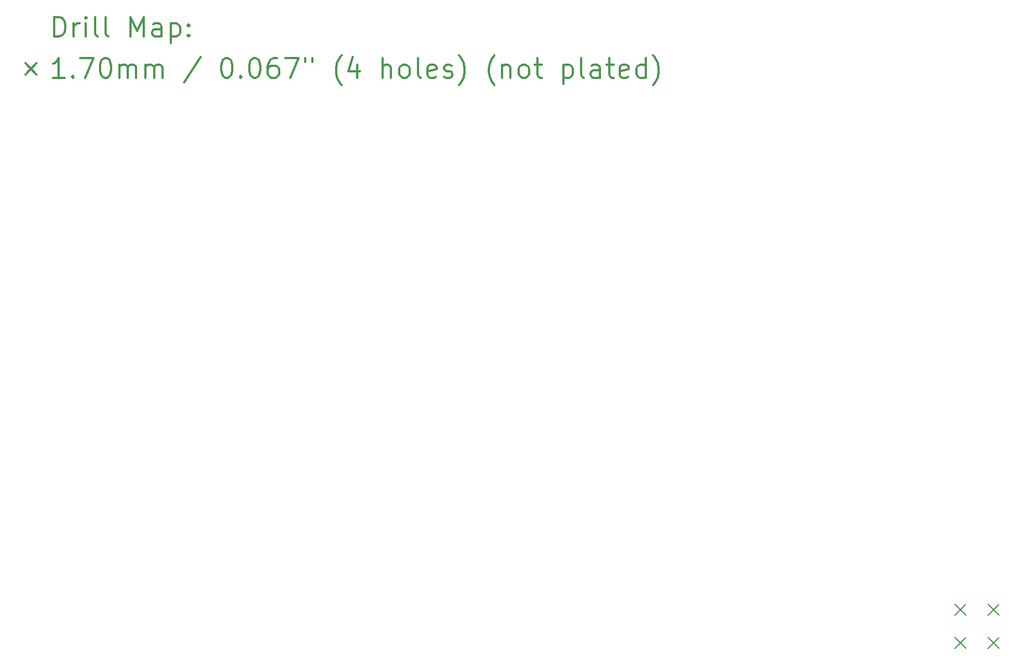
<source format=gbr>
%FSLAX45Y45*%
G04 Gerber Fmt 4.5, Leading zero omitted, Abs format (unit mm)*
G04 Created by KiCad (PCBNEW 4.0.5) date 04/05/17 14:39:04*
%MOMM*%
%LPD*%
G01*
G04 APERTURE LIST*
%ADD10C,0.127000*%
%ADD11C,0.200000*%
%ADD12C,0.300000*%
G04 APERTURE END LIST*
D10*
D11*
X14061000Y-9161000D02*
X14231000Y-9331000D01*
X14231000Y-9161000D02*
X14061000Y-9331000D01*
X14061000Y-9669000D02*
X14231000Y-9839000D01*
X14231000Y-9669000D02*
X14061000Y-9839000D01*
X14569000Y-9161000D02*
X14739000Y-9331000D01*
X14739000Y-9161000D02*
X14569000Y-9331000D01*
X14569000Y-9669000D02*
X14739000Y-9839000D01*
X14739000Y-9669000D02*
X14569000Y-9839000D01*
D12*
X271429Y-465714D02*
X271429Y-165714D01*
X342857Y-165714D01*
X385714Y-180000D01*
X414286Y-208571D01*
X428571Y-237143D01*
X442857Y-294286D01*
X442857Y-337143D01*
X428571Y-394286D01*
X414286Y-422857D01*
X385714Y-451429D01*
X342857Y-465714D01*
X271429Y-465714D01*
X571429Y-465714D02*
X571429Y-265714D01*
X571429Y-322857D02*
X585714Y-294286D01*
X600000Y-280000D01*
X628571Y-265714D01*
X657143Y-265714D01*
X757143Y-465714D02*
X757143Y-265714D01*
X757143Y-165714D02*
X742857Y-180000D01*
X757143Y-194286D01*
X771429Y-180000D01*
X757143Y-165714D01*
X757143Y-194286D01*
X942857Y-465714D02*
X914286Y-451429D01*
X900000Y-422857D01*
X900000Y-165714D01*
X1100000Y-465714D02*
X1071429Y-451429D01*
X1057143Y-422857D01*
X1057143Y-165714D01*
X1442857Y-465714D02*
X1442857Y-165714D01*
X1542857Y-380000D01*
X1642857Y-165714D01*
X1642857Y-465714D01*
X1914286Y-465714D02*
X1914286Y-308571D01*
X1900000Y-280000D01*
X1871429Y-265714D01*
X1814286Y-265714D01*
X1785714Y-280000D01*
X1914286Y-451429D02*
X1885714Y-465714D01*
X1814286Y-465714D01*
X1785714Y-451429D01*
X1771429Y-422857D01*
X1771429Y-394286D01*
X1785714Y-365714D01*
X1814286Y-351429D01*
X1885714Y-351429D01*
X1914286Y-337143D01*
X2057143Y-265714D02*
X2057143Y-565714D01*
X2057143Y-280000D02*
X2085714Y-265714D01*
X2142857Y-265714D01*
X2171429Y-280000D01*
X2185714Y-294286D01*
X2200000Y-322857D01*
X2200000Y-408571D01*
X2185714Y-437143D01*
X2171429Y-451429D01*
X2142857Y-465714D01*
X2085714Y-465714D01*
X2057143Y-451429D01*
X2328572Y-437143D02*
X2342857Y-451429D01*
X2328572Y-465714D01*
X2314286Y-451429D01*
X2328572Y-437143D01*
X2328572Y-465714D01*
X2328572Y-280000D02*
X2342857Y-294286D01*
X2328572Y-308571D01*
X2314286Y-294286D01*
X2328572Y-280000D01*
X2328572Y-308571D01*
X-170000Y-875000D02*
X0Y-1045000D01*
X0Y-875000D02*
X-170000Y-1045000D01*
X428571Y-1095714D02*
X257143Y-1095714D01*
X342857Y-1095714D02*
X342857Y-795714D01*
X314286Y-838571D01*
X285714Y-867143D01*
X257143Y-881429D01*
X557143Y-1067143D02*
X571429Y-1081429D01*
X557143Y-1095714D01*
X542857Y-1081429D01*
X557143Y-1067143D01*
X557143Y-1095714D01*
X671429Y-795714D02*
X871428Y-795714D01*
X742857Y-1095714D01*
X1042857Y-795714D02*
X1071429Y-795714D01*
X1100000Y-810000D01*
X1114286Y-824286D01*
X1128571Y-852857D01*
X1142857Y-910000D01*
X1142857Y-981429D01*
X1128571Y-1038571D01*
X1114286Y-1067143D01*
X1100000Y-1081429D01*
X1071429Y-1095714D01*
X1042857Y-1095714D01*
X1014286Y-1081429D01*
X1000000Y-1067143D01*
X985714Y-1038571D01*
X971429Y-981429D01*
X971429Y-910000D01*
X985714Y-852857D01*
X1000000Y-824286D01*
X1014286Y-810000D01*
X1042857Y-795714D01*
X1271429Y-1095714D02*
X1271429Y-895714D01*
X1271429Y-924286D02*
X1285714Y-910000D01*
X1314286Y-895714D01*
X1357143Y-895714D01*
X1385714Y-910000D01*
X1400000Y-938571D01*
X1400000Y-1095714D01*
X1400000Y-938571D02*
X1414286Y-910000D01*
X1442857Y-895714D01*
X1485714Y-895714D01*
X1514286Y-910000D01*
X1528571Y-938571D01*
X1528571Y-1095714D01*
X1671429Y-1095714D02*
X1671429Y-895714D01*
X1671429Y-924286D02*
X1685714Y-910000D01*
X1714286Y-895714D01*
X1757143Y-895714D01*
X1785714Y-910000D01*
X1800000Y-938571D01*
X1800000Y-1095714D01*
X1800000Y-938571D02*
X1814286Y-910000D01*
X1842857Y-895714D01*
X1885714Y-895714D01*
X1914286Y-910000D01*
X1928571Y-938571D01*
X1928571Y-1095714D01*
X2514286Y-781429D02*
X2257143Y-1167143D01*
X2900000Y-795714D02*
X2928571Y-795714D01*
X2957143Y-810000D01*
X2971428Y-824286D01*
X2985714Y-852857D01*
X3000000Y-910000D01*
X3000000Y-981429D01*
X2985714Y-1038571D01*
X2971428Y-1067143D01*
X2957143Y-1081429D01*
X2928571Y-1095714D01*
X2900000Y-1095714D01*
X2871428Y-1081429D01*
X2857143Y-1067143D01*
X2842857Y-1038571D01*
X2828571Y-981429D01*
X2828571Y-910000D01*
X2842857Y-852857D01*
X2857143Y-824286D01*
X2871428Y-810000D01*
X2900000Y-795714D01*
X3128571Y-1067143D02*
X3142857Y-1081429D01*
X3128571Y-1095714D01*
X3114286Y-1081429D01*
X3128571Y-1067143D01*
X3128571Y-1095714D01*
X3328571Y-795714D02*
X3357143Y-795714D01*
X3385714Y-810000D01*
X3400000Y-824286D01*
X3414286Y-852857D01*
X3428571Y-910000D01*
X3428571Y-981429D01*
X3414286Y-1038571D01*
X3400000Y-1067143D01*
X3385714Y-1081429D01*
X3357143Y-1095714D01*
X3328571Y-1095714D01*
X3300000Y-1081429D01*
X3285714Y-1067143D01*
X3271428Y-1038571D01*
X3257143Y-981429D01*
X3257143Y-910000D01*
X3271428Y-852857D01*
X3285714Y-824286D01*
X3300000Y-810000D01*
X3328571Y-795714D01*
X3685714Y-795714D02*
X3628571Y-795714D01*
X3600000Y-810000D01*
X3585714Y-824286D01*
X3557143Y-867143D01*
X3542857Y-924286D01*
X3542857Y-1038571D01*
X3557143Y-1067143D01*
X3571428Y-1081429D01*
X3600000Y-1095714D01*
X3657143Y-1095714D01*
X3685714Y-1081429D01*
X3700000Y-1067143D01*
X3714286Y-1038571D01*
X3714286Y-967143D01*
X3700000Y-938571D01*
X3685714Y-924286D01*
X3657143Y-910000D01*
X3600000Y-910000D01*
X3571428Y-924286D01*
X3557143Y-938571D01*
X3542857Y-967143D01*
X3814286Y-795714D02*
X4014286Y-795714D01*
X3885714Y-1095714D01*
X4114286Y-795714D02*
X4114286Y-852857D01*
X4228571Y-795714D02*
X4228571Y-852857D01*
X4671429Y-1210000D02*
X4657143Y-1195714D01*
X4628571Y-1152857D01*
X4614286Y-1124286D01*
X4600000Y-1081429D01*
X4585714Y-1010000D01*
X4585714Y-952857D01*
X4600000Y-881429D01*
X4614286Y-838571D01*
X4628571Y-810000D01*
X4657143Y-767143D01*
X4671429Y-752857D01*
X4914286Y-895714D02*
X4914286Y-1095714D01*
X4842857Y-781429D02*
X4771429Y-995714D01*
X4957143Y-995714D01*
X5300000Y-1095714D02*
X5300000Y-795714D01*
X5428571Y-1095714D02*
X5428571Y-938571D01*
X5414286Y-910000D01*
X5385714Y-895714D01*
X5342857Y-895714D01*
X5314286Y-910000D01*
X5300000Y-924286D01*
X5614286Y-1095714D02*
X5585714Y-1081429D01*
X5571429Y-1067143D01*
X5557143Y-1038571D01*
X5557143Y-952857D01*
X5571429Y-924286D01*
X5585714Y-910000D01*
X5614286Y-895714D01*
X5657143Y-895714D01*
X5685714Y-910000D01*
X5700000Y-924286D01*
X5714286Y-952857D01*
X5714286Y-1038571D01*
X5700000Y-1067143D01*
X5685714Y-1081429D01*
X5657143Y-1095714D01*
X5614286Y-1095714D01*
X5885714Y-1095714D02*
X5857143Y-1081429D01*
X5842857Y-1052857D01*
X5842857Y-795714D01*
X6114286Y-1081429D02*
X6085714Y-1095714D01*
X6028571Y-1095714D01*
X6000000Y-1081429D01*
X5985714Y-1052857D01*
X5985714Y-938571D01*
X6000000Y-910000D01*
X6028571Y-895714D01*
X6085714Y-895714D01*
X6114286Y-910000D01*
X6128571Y-938571D01*
X6128571Y-967143D01*
X5985714Y-995714D01*
X6242857Y-1081429D02*
X6271429Y-1095714D01*
X6328571Y-1095714D01*
X6357143Y-1081429D01*
X6371429Y-1052857D01*
X6371429Y-1038571D01*
X6357143Y-1010000D01*
X6328571Y-995714D01*
X6285714Y-995714D01*
X6257143Y-981429D01*
X6242857Y-952857D01*
X6242857Y-938571D01*
X6257143Y-910000D01*
X6285714Y-895714D01*
X6328571Y-895714D01*
X6357143Y-910000D01*
X6471428Y-1210000D02*
X6485714Y-1195714D01*
X6514286Y-1152857D01*
X6528571Y-1124286D01*
X6542857Y-1081429D01*
X6557143Y-1010000D01*
X6557143Y-952857D01*
X6542857Y-881429D01*
X6528571Y-838571D01*
X6514286Y-810000D01*
X6485714Y-767143D01*
X6471428Y-752857D01*
X7014286Y-1210000D02*
X7000000Y-1195714D01*
X6971428Y-1152857D01*
X6957143Y-1124286D01*
X6942857Y-1081429D01*
X6928571Y-1010000D01*
X6928571Y-952857D01*
X6942857Y-881429D01*
X6957143Y-838571D01*
X6971428Y-810000D01*
X7000000Y-767143D01*
X7014286Y-752857D01*
X7128571Y-895714D02*
X7128571Y-1095714D01*
X7128571Y-924286D02*
X7142857Y-910000D01*
X7171428Y-895714D01*
X7214286Y-895714D01*
X7242857Y-910000D01*
X7257143Y-938571D01*
X7257143Y-1095714D01*
X7442857Y-1095714D02*
X7414286Y-1081429D01*
X7400000Y-1067143D01*
X7385714Y-1038571D01*
X7385714Y-952857D01*
X7400000Y-924286D01*
X7414286Y-910000D01*
X7442857Y-895714D01*
X7485714Y-895714D01*
X7514286Y-910000D01*
X7528571Y-924286D01*
X7542857Y-952857D01*
X7542857Y-1038571D01*
X7528571Y-1067143D01*
X7514286Y-1081429D01*
X7485714Y-1095714D01*
X7442857Y-1095714D01*
X7628571Y-895714D02*
X7742857Y-895714D01*
X7671429Y-795714D02*
X7671429Y-1052857D01*
X7685714Y-1081429D01*
X7714286Y-1095714D01*
X7742857Y-1095714D01*
X8071429Y-895714D02*
X8071429Y-1195714D01*
X8071429Y-910000D02*
X8100000Y-895714D01*
X8157143Y-895714D01*
X8185714Y-910000D01*
X8200000Y-924286D01*
X8214286Y-952857D01*
X8214286Y-1038571D01*
X8200000Y-1067143D01*
X8185714Y-1081429D01*
X8157143Y-1095714D01*
X8100000Y-1095714D01*
X8071429Y-1081429D01*
X8385714Y-1095714D02*
X8357143Y-1081429D01*
X8342857Y-1052857D01*
X8342857Y-795714D01*
X8628572Y-1095714D02*
X8628572Y-938571D01*
X8614286Y-910000D01*
X8585714Y-895714D01*
X8528572Y-895714D01*
X8500000Y-910000D01*
X8628572Y-1081429D02*
X8600000Y-1095714D01*
X8528572Y-1095714D01*
X8500000Y-1081429D01*
X8485714Y-1052857D01*
X8485714Y-1024286D01*
X8500000Y-995714D01*
X8528572Y-981429D01*
X8600000Y-981429D01*
X8628572Y-967143D01*
X8728572Y-895714D02*
X8842857Y-895714D01*
X8771429Y-795714D02*
X8771429Y-1052857D01*
X8785714Y-1081429D01*
X8814286Y-1095714D01*
X8842857Y-1095714D01*
X9057143Y-1081429D02*
X9028572Y-1095714D01*
X8971429Y-1095714D01*
X8942857Y-1081429D01*
X8928572Y-1052857D01*
X8928572Y-938571D01*
X8942857Y-910000D01*
X8971429Y-895714D01*
X9028572Y-895714D01*
X9057143Y-910000D01*
X9071429Y-938571D01*
X9071429Y-967143D01*
X8928572Y-995714D01*
X9328572Y-1095714D02*
X9328572Y-795714D01*
X9328572Y-1081429D02*
X9300000Y-1095714D01*
X9242857Y-1095714D01*
X9214286Y-1081429D01*
X9200000Y-1067143D01*
X9185715Y-1038571D01*
X9185715Y-952857D01*
X9200000Y-924286D01*
X9214286Y-910000D01*
X9242857Y-895714D01*
X9300000Y-895714D01*
X9328572Y-910000D01*
X9442857Y-1210000D02*
X9457143Y-1195714D01*
X9485715Y-1152857D01*
X9500000Y-1124286D01*
X9514286Y-1081429D01*
X9528572Y-1010000D01*
X9528572Y-952857D01*
X9514286Y-881429D01*
X9500000Y-838571D01*
X9485715Y-810000D01*
X9457143Y-767143D01*
X9442857Y-752857D01*
M02*

</source>
